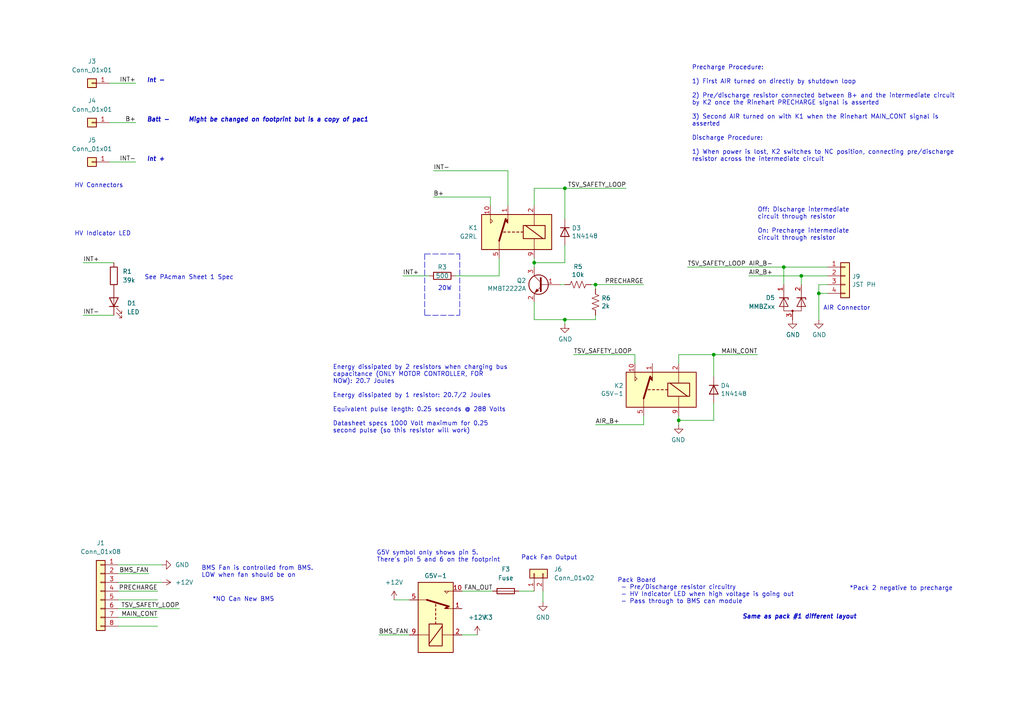
<source format=kicad_sch>
(kicad_sch (version 20211123) (generator eeschema)
  (paper "A4")
  (lib_symbols
    (symbol "Connector_Generic:Conn_01x01" (pin_names (offset 1.016) hide)
      (property "Reference" "J" (at 0 2.54 0))
      (property "Value" "Conn_01x01" (at 0 -2.54 0))
      (symbol "Conn_01x01_1_1"
        (rectangle (start -1.27 0.127) (end 0 -0.127) (stroke (width 0.1524)))
        (rectangle (start -1.27 1.27) (end 1.27 -1.27) (stroke (width 0.254)) (fill (type background)))
        (pin passive line (at -5.08 0 0) (length 3.81) (name "Pin_1") (number "1"))
      )
    )
    (symbol "Connector_Generic:Conn_01x02" (pin_names (offset 1.016) hide)
      (property "Reference" "J" (at 0 2.54 0))
      (property "Value" "Conn_01x02" (at 0 -5.08 0))
      (symbol "Conn_01x02_1_1"
        (rectangle (start -1.27 -2.413) (end 0 -2.667) (stroke (width 0.1524)))
        (rectangle (start -1.27 0.127) (end 0 -0.127) (stroke (width 0.1524)))
        (rectangle (start -1.27 1.27) (end 1.27 -3.81) (stroke (width 0.254)) (fill (type background)))
        (pin passive line (at -5.08 0 0) (length 3.81) (name "Pin_1") (number "1"))
        (pin passive line (at -5.08 -2.54 0) (length 3.81) (name "Pin_2") (number "2"))
      )
    )
    (symbol "Connector_Generic:Conn_01x04" (pin_names (offset 1.016) hide)
      (property "Reference" "J" (at 0 5.08 0))
      (property "Value" "Conn_01x04" (at 0 -7.62 0))
      (symbol "Conn_01x04_1_1"
        (rectangle (start -1.27 -4.953) (end 0 -5.207) (stroke (width 0.1524)))
        (rectangle (start -1.27 -2.413) (end 0 -2.667) (stroke (width 0.1524)))
        (rectangle (start -1.27 0.127) (end 0 -0.127) (stroke (width 0.1524)))
        (rectangle (start -1.27 2.667) (end 0 2.413) (stroke (width 0.1524)))
        (rectangle (start -1.27 3.81) (end 1.27 -6.35) (stroke (width 0.254)) (fill (type background)))
        (pin passive line (at -5.08 2.54 0) (length 3.81) (name "Pin_1") (number "1"))
        (pin passive line (at -5.08 0 0) (length 3.81) (name "Pin_2") (number "2"))
        (pin passive line (at -5.08 -2.54 0) (length 3.81) (name "Pin_3") (number "3"))
        (pin passive line (at -5.08 -5.08 0) (length 3.81) (name "Pin_4") (number "4"))
      )
    )
    (symbol "Connector_Generic:Conn_01x08" (pin_names (offset 1.016) hide)
      (property "Reference" "J" (at 0 10.16 0))
      (property "Value" "Conn_01x08" (at 0 -12.7 0))
      (symbol "Conn_01x08_1_1"
        (rectangle (start -1.27 -10.033) (end 0 -10.287) (stroke (width 0.1524)))
        (rectangle (start -1.27 -7.493) (end 0 -7.747) (stroke (width 0.1524)))
        (rectangle (start -1.27 -4.953) (end 0 -5.207) (stroke (width 0.1524)))
        (rectangle (start -1.27 -2.413) (end 0 -2.667) (stroke (width 0.1524)))
        (rectangle (start -1.27 0.127) (end 0 -0.127) (stroke (width 0.1524)))
        (rectangle (start -1.27 2.667) (end 0 2.413) (stroke (width 0.1524)))
        (rectangle (start -1.27 5.207) (end 0 4.953) (stroke (width 0.1524)))
        (rectangle (start -1.27 7.747) (end 0 7.493) (stroke (width 0.1524)))
        (rectangle (start -1.27 8.89) (end 1.27 -11.43) (stroke (width 0.254)) (fill (type background)))
        (pin passive line (at -5.08 7.62 0) (length 3.81) (name "Pin_1") (number "1"))
        (pin passive line (at -5.08 5.08 0) (length 3.81) (name "Pin_2") (number "2"))
        (pin passive line (at -5.08 2.54 0) (length 3.81) (name "Pin_3") (number "3"))
        (pin passive line (at -5.08 0 0) (length 3.81) (name "Pin_4") (number "4"))
        (pin passive line (at -5.08 -2.54 0) (length 3.81) (name "Pin_5") (number "5"))
        (pin passive line (at -5.08 -5.08 0) (length 3.81) (name "Pin_6") (number "6"))
        (pin passive line (at -5.08 -7.62 0) (length 3.81) (name "Pin_7") (number "7"))
        (pin passive line (at -5.08 -10.16 0) (length 3.81) (name "Pin_8") (number "8"))
      )
    )
    (symbol "Device:Fuse" (pin_numbers hide) (pin_names (offset 0))
      (property "Reference" "F" (at 2.032 0 90))
      (property "Value" "Fuse" (at -1.905 0 90))
      (symbol "Fuse_0_1"
        (rectangle (start -0.762 -2.54) (end 0.762 2.54) (stroke (width 0.254)))
        (polyline (pts (xy 0 2.54) (xy 0 -2.54)))
      )
      (symbol "Fuse_1_1"
        (pin passive line (at 0 3.81 270) (length 1.27) (name "~") (number "1"))
        (pin passive line (at 0 -3.81 90) (length 1.27) (name "~") (number "2"))
      )
    )
    (symbol "Device:LED" (pin_numbers hide) (pin_names (offset 1.016) hide)
      (property "Reference" "D" (at 0 2.54 0))
      (property "Value" "LED" (at 0 -2.54 0))
      (symbol "LED_0_1"
        (polyline (pts (xy -1.27 -1.27) (xy -1.27 1.27)) (stroke (width 0.254)))
        (polyline (pts (xy -1.27 0) (xy 1.27 0)))
        (polyline (pts (xy 1.27 -1.27) (xy 1.27 1.27) (xy -1.27 0) (xy 1.27 -1.27)) (stroke (width 0.254)))
        (polyline (pts (xy -3.048 -0.762) (xy -4.572 -2.286) (xy -3.81 -2.286) (xy -4.572 -2.286) (xy -4.572 -1.524)))
        (polyline (pts (xy -1.778 -0.762) (xy -3.302 -2.286) (xy -2.54 -2.286) (xy -3.302 -2.286) (xy -3.302 -1.524)))
      )
      (symbol "LED_1_1"
        (pin passive line (at -3.81 0 0) (length 2.54) (name "K") (number "1"))
        (pin passive line (at 3.81 0 180) (length 2.54) (name "A") (number "2"))
      )
    )
    (symbol "Device:Q_NPN_BEC" (pin_names (offset 0) hide)
      (property "Reference" "Q" (at 5.08 1.27 0))
      (property "Value" "Q_NPN_BEC" (at 5.08 -1.27 0))
      (symbol "Q_NPN_BEC_0_1"
        (polyline (pts (xy 0.635 0.635) (xy 2.54 2.54)))
        (polyline (pts (xy 0.635 -0.635) (xy 2.54 -2.54) (xy 2.54 -2.54)))
        (polyline (pts (xy 0.635 1.905) (xy 0.635 -1.905) (xy 0.635 -1.905)) (stroke (width 0.508)))
        (polyline (pts (xy 1.27 -1.778) (xy 1.778 -1.27) (xy 2.286 -2.286) (xy 1.27 -1.778) (xy 1.27 -1.778)) (fill (type outline)))
        (circle (center 1.27 0) (radius 2.8194) (stroke (width 0.254)))
      )
      (symbol "Q_NPN_BEC_1_1"
        (pin input line (at -5.08 0 0) (length 5.715) (name "B") (number "1"))
        (pin passive line (at 2.54 -5.08 90) (length 2.54) (name "E") (number "2"))
        (pin passive line (at 2.54 5.08 270) (length 2.54) (name "C") (number "3"))
      )
    )
    (symbol "Device:R" (pin_numbers hide) (pin_names (offset 0))
      (property "Reference" "R" (at 2.032 0 90))
      (property "Value" "R" (at 0 0 90))
      (symbol "R_0_1"
        (rectangle (start -1.016 -2.54) (end 1.016 2.54) (stroke (width 0.254)))
      )
      (symbol "R_1_1"
        (pin passive line (at 0 3.81 270) (length 1.27) (name "~") (number "1"))
        (pin passive line (at 0 -3.81 90) (length 1.27) (name "~") (number "2"))
      )
    )
    (symbol "Device:R_US" (pin_numbers hide) (pin_names (offset 0))
      (property "Reference" "R" (at 2.54 0 90))
      (property "Value" "R_US" (at -2.54 0 90))
      (symbol "R_US_0_1"
        (polyline (pts (xy 0 -2.286) (xy 0 -2.54)))
        (polyline (pts (xy 0 2.286) (xy 0 2.54)))
        (polyline (pts (xy 0 -0.762) (xy 1.016 -1.143) (xy 0 -1.524) (xy -1.016 -1.905) (xy 0 -2.286)))
        (polyline (pts (xy 0 0.762) (xy 1.016 0.381) (xy 0 0) (xy -1.016 -0.381) (xy 0 -0.762)))
        (polyline (pts (xy 0 2.286) (xy 1.016 1.905) (xy 0 1.524) (xy -1.016 1.143) (xy 0 0.762)))
      )
      (symbol "R_US_1_1"
        (pin passive line (at 0 3.81 270) (length 1.27) (name "~") (number "1"))
        (pin passive line (at 0 -3.81 90) (length 1.27) (name "~") (number "2"))
      )
    )
    (symbol "Diode:1N4148" (pin_numbers hide) (pin_names (offset 1.016) hide)
      (property "Reference" "D" (at 0 2.54 0))
      (property "Value" "1N4148" (at 0 -2.54 0))
      (symbol "1N4148_0_1"
        (polyline (pts (xy -1.27 1.27) (xy -1.27 -1.27)) (stroke (width 0.254)))
        (polyline (pts (xy 1.27 0) (xy -1.27 0)))
        (polyline (pts (xy 1.27 1.27) (xy 1.27 -1.27) (xy -1.27 0) (xy 1.27 1.27)) (stroke (width 0.254)))
      )
      (symbol "1N4148_1_1"
        (pin passive line (at -3.81 0 0) (length 2.54) (name "K") (number "1"))
        (pin passive line (at 3.81 0 180) (length 2.54) (name "A") (number "2"))
      )
    )
    (symbol "Diode:MMBZxx" (pin_names (offset 1.016) hide)
      (property "Reference" "D" (at 3.81 2.54 0))
      (property "Value" "MMBZxx" (at 3.81 0 0))
      (symbol "MMBZxx_0_1"
        (circle (center 0 -2.54) (radius 0.254) (fill (type outline)))
        (polyline (pts (xy -2.54 -1.27) (xy -2.54 2.54)))
        (polyline (pts (xy 2.54 -1.27) (xy 2.54 2.54)))
        (polyline (pts (xy -3.81 1.27) (xy -1.27 1.27) (xy -1.27 0.762)) (stroke (width 0.254)))
        (polyline (pts (xy 1.27 1.27) (xy 3.81 1.27) (xy 3.81 0.762)) (stroke (width 0.254)))
        (polyline (pts (xy -2.54 0) (xy -2.54 -2.54) (xy 2.54 -2.54) (xy 2.54 0)))
      )
      (symbol "MMBZxx_1_1"
        (polyline (pts (xy -3.81 -1.27) (xy -1.27 -1.27) (xy -2.54 1.27) (xy -3.81 -1.27)) (stroke (width 0.2032)))
        (polyline (pts (xy 1.27 -1.27) (xy 3.81 -1.27) (xy 2.54 1.27) (xy 1.27 -1.27)) (stroke (width 0.2032)))
        (pin passive line (at -2.54 5.08 270) (length 2.54) (name "K") (number "1"))
        (pin passive line (at 2.54 5.08 270) (length 2.54) (name "K") (number "2"))
        (pin passive line (at 0 -5.08 90) (length 2.54) (name "A") (number "3"))
      )
    )
    (symbol "G5V-1_1"
      (property "Reference" "K3" (at 0 15.24 90))
      (property "Value" "G5V-1_1" (at 0 12.7 90))
      (symbol "G5V-1_1_0_0"
        (polyline (pts (xy 7.62 5.08) (xy 7.62 2.54) (xy 6.985 3.175) (xy 7.62 3.81)))
      )
      (symbol "G5V-1_1_0_1"
        (rectangle (start -10.16 5.08) (end 10.16 -5.08) (stroke (width 0.254)) (fill (type background)))
        (rectangle (start -8.255 1.905) (end -1.905 -1.905) (stroke (width 0.254)))
        (polyline (pts (xy -7.62 -1.905) (xy -2.54 1.905)) (stroke (width 0.254)))
        (polyline (pts (xy -5.08 -5.08) (xy -5.08 -1.905)))
        (polyline (pts (xy -5.08 5.08) (xy -5.08 1.905)))
        (polyline (pts (xy -1.905 0) (xy -1.27 0)) (stroke (width 0.254)))
        (polyline (pts (xy -0.635 0) (xy 0 0)) (stroke (width 0.254)))
        (polyline (pts (xy 0.635 0) (xy 1.27 0)) (stroke (width 0.254)))
        (polyline (pts (xy 1.905 0) (xy 2.54 0)) (stroke (width 0.254)))
        (polyline (pts (xy 3.175 0) (xy 3.81 0)) (stroke (width 0.254)))
        (polyline (pts (xy 5.08 -2.54) (xy 3.175 3.81)) (stroke (width 0.508)))
        (polyline (pts (xy 5.08 -2.54) (xy 5.08 -5.08)))
        (polyline (pts (xy 2.54 5.08) (xy 2.54 2.54) (xy 3.175 3.175) (xy 2.54 3.81)) (fill (type outline)))
      )
      (symbol "G5V-1_1_1_1"
        (pin passive line (at 2.54 7.62 270) (length 2.54) (name "~") (number "1"))
        (pin passive line (at 7.62 7.62 270) (length 2.54) (name "~") (number "10"))
        (pin passive line (at -5.08 7.62 270) (length 2.54) (name "~") (number "2"))
        (pin passive line (at 5.08 -7.62 90) (length 2.54) (name "~") (number "5"))
        (pin passive line (at 5.08 -7.62 90) (length 2.54) hide (name "~") (number "6"))
        (pin passive line (at -5.08 -7.62 90) (length 2.54) (name "~") (number "9"))
      )
    )
    (symbol "Relay:G5V-1"
      (property "Reference" "K" (at 11.43 3.81 0))
      (property "Value" "G5V-1" (at 11.43 1.27 0))
      (symbol "G5V-1_0_0"
        (polyline (pts (xy 7.62 5.08) (xy 7.62 2.54) (xy 6.985 3.175) (xy 7.62 3.81)))
      )
      (symbol "G5V-1_0_1"
        (rectangle (start -10.16 5.08) (end 10.16 -5.08) (stroke (width 0.254)) (fill (type background)))
        (rectangle (start -8.255 1.905) (end -1.905 -1.905) (stroke (width 0.254)))
        (polyline (pts (xy -7.62 -1.905) (xy -2.54 1.905)) (stroke (width 0.254)))
        (polyline (pts (xy -5.08 -5.08) (xy -5.08 -1.905)))
        (polyline (pts (xy -5.08 5.08) (xy -5.08 1.905)))
        (polyline (pts (xy -1.905 0) (xy -1.27 0)) (stroke (width 0.254)))
        (polyline (pts (xy -0.635 0) (xy 0 0)) (stroke (width 0.254)))
        (polyline (pts (xy 0.635 0) (xy 1.27 0)) (stroke (width 0.254)))
        (polyline (pts (xy 1.905 0) (xy 2.54 0)) (stroke (width 0.254)))
        (polyline (pts (xy 3.175 0) (xy 3.81 0)) (stroke (width 0.254)))
        (polyline (pts (xy 5.08 -2.54) (xy 3.175 3.81)) (stroke (width 0.508)))
        (polyline (pts (xy 5.08 -2.54) (xy 5.08 -5.08)))
        (polyline (pts (xy 2.54 5.08) (xy 2.54 2.54) (xy 3.175 3.175) (xy 2.54 3.81)) (fill (type outline)))
      )
      (symbol "G5V-1_1_1"
        (pin passive line (at 2.54 7.62 270) (length 2.54) (name "~") (number "1"))
        (pin passive line (at 7.62 7.62 270) (length 2.54) (name "~") (number "10"))
        (pin passive line (at -5.08 7.62 270) (length 2.54) (name "~") (number "2"))
        (pin passive line (at 5.08 -7.62 90) (length 2.54) (name "~") (number "5"))
        (pin passive line (at 5.08 -7.62 90) (length 2.54) hide (name "~") (number "6"))
        (pin passive line (at -5.08 -7.62 90) (length 2.54) (name "~") (number "9"))
      )
    )
    (symbol "power:+12V" (power) (pin_names (offset 0))
      (property "Value" "+12V" (at 0 3.556 0))
      (symbol "+12V_0_1"
        (polyline (pts (xy -0.762 1.27) (xy 0 2.54)))
        (polyline (pts (xy 0 0) (xy 0 2.54)))
        (polyline (pts (xy 0 2.54) (xy 0.762 1.27)))
      )
      (symbol "+12V_1_1"
        (pin power_in line (at 0 0 90) (length 0) hide (name "+12V") (number "1"))
      )
    )
    (symbol "power:GND" (power) (pin_names (offset 0))
      (property "Value" "GND" (at 0 -3.81 0))
      (symbol "GND_0_1"
        (polyline (pts (xy 0 0) (xy 0 -1.27) (xy 1.27 -1.27) (xy 0 -2.54) (xy -1.27 -1.27) (xy 0 -1.27)))
      )
      (symbol "GND_1_1"
        (pin power_in line (at 0 0 270) (length 0) hide (name "GND") (number "1"))
      )
    )
  )
  (junction (at 227.33 77.47))
  (junction (at 172.72 82.55))
  (junction (at 163.83 92.71))
  (junction (at 232.41 80.01))
  (junction (at 154.94 76.2))
  (junction (at 237.49 85.09))
  (junction (at 196.85 121.92))
  (junction (at 163.83 54.61))
  (junction (at 207.01 102.87))
  (wire (pts (xy 154.94 54.61) (xy 163.83 54.61)))
  (wire (pts (xy 31.75 24.13) (xy 39.37 24.13)))
  (wire (pts (xy 124.46 80.01) (xy 116.84 80.01)))
  (polyline (pts (xy 133.35 73.66) (xy 133.35 91.44)))
  (wire (pts (xy 147.32 59.69) (xy 147.32 49.53)))
  (wire (pts (xy 227.33 77.47) (xy 240.03 77.47)))
  (wire (pts (xy 232.41 80.01) (xy 240.03 80.01)))
  (wire (pts (xy 34.29 166.37) (xy 43.18 166.37)))
  (wire (pts (xy 31.75 46.99) (xy 39.37 46.99)))
  (wire (pts (xy 154.94 74.93) (xy 154.94 76.2)))
  (wire (pts (xy 163.83 92.71) (xy 172.72 92.71)))
  (wire (pts (xy 154.94 87.63) (xy 154.94 92.71)))
  (wire (pts (xy 24.13 76.2) (xy 33.02 76.2)))
  (wire (pts (xy 157.48 171.45) (xy 157.48 174.625)))
  (wire (pts (xy 31.75 35.56) (xy 39.37 35.56)))
  (wire (pts (xy 154.94 92.71) (xy 163.83 92.71)))
  (wire (pts (xy 240.03 85.09) (xy 237.49 85.09)))
  (wire (pts (xy 207.01 121.92) (xy 207.01 116.84)))
  (wire (pts (xy 133.985 171.45) (xy 142.875 171.45)))
  (wire (pts (xy 207.01 109.22) (xy 207.01 102.87)))
  (polyline (pts (xy 123.19 91.44) (xy 133.35 91.44)))
  (wire (pts (xy 34.29 171.45) (xy 45.72 171.45)))
  (wire (pts (xy 163.83 76.2) (xy 163.83 71.12)))
  (wire (pts (xy 24.13 91.44) (xy 33.02 91.44)))
  (wire (pts (xy 142.24 59.69) (xy 142.24 57.15)))
  (wire (pts (xy 154.94 76.2) (xy 163.83 76.2)))
  (wire (pts (xy 163.83 54.61) (xy 181.61 54.61)))
  (polyline (pts (xy 123.19 73.66) (xy 123.19 91.44)))
  (wire (pts (xy 150.495 171.45) (xy 154.94 171.45)))
  (wire (pts (xy 232.41 80.01) (xy 217.17 80.01)))
  (wire (pts (xy 240.03 82.55) (xy 237.49 82.55)))
  (wire (pts (xy 132.08 80.01) (xy 144.78 80.01)))
  (wire (pts (xy 34.29 163.83) (xy 46.99 163.83)))
  (wire (pts (xy 34.29 168.91) (xy 46.99 168.91)))
  (wire (pts (xy 162.56 82.55) (xy 163.83 82.55)))
  (wire (pts (xy 186.69 120.65) (xy 186.69 123.19)))
  (wire (pts (xy 34.29 179.07) (xy 45.72 179.07)))
  (wire (pts (xy 184.15 105.41) (xy 184.15 102.87)))
  (wire (pts (xy 196.85 102.87) (xy 207.01 102.87)))
  (wire (pts (xy 172.72 83.82) (xy 172.72 82.55)))
  (wire (pts (xy 125.73 49.53) (xy 147.32 49.53)))
  (wire (pts (xy 171.45 82.55) (xy 172.72 82.55)))
  (wire (pts (xy 237.49 82.55) (xy 237.49 85.09)))
  (wire (pts (xy 172.72 92.71) (xy 172.72 91.44)))
  (wire (pts (xy 207.01 102.87) (xy 219.71 102.87)))
  (wire (pts (xy 163.83 63.5) (xy 163.83 54.61)))
  (wire (pts (xy 114.3 173.99) (xy 118.745 173.99)))
  (wire (pts (xy 232.41 82.55) (xy 232.41 80.01)))
  (wire (pts (xy 125.73 57.15) (xy 142.24 57.15)))
  (wire (pts (xy 154.94 76.2) (xy 154.94 77.47)))
  (wire (pts (xy 196.85 121.92) (xy 196.85 120.65)))
  (wire (pts (xy 184.15 102.87) (xy 166.37 102.87)))
  (polyline (pts (xy 123.19 73.66) (xy 133.35 73.66)))
  (wire (pts (xy 34.29 181.61) (xy 45.72 181.61)))
  (wire (pts (xy 34.29 173.99) (xy 45.72 173.99)))
  (wire (pts (xy 34.29 176.53) (xy 52.07 176.53)))
  (wire (pts (xy 163.83 92.71) (xy 163.83 93.98)))
  (wire (pts (xy 186.69 123.19) (xy 172.72 123.19)))
  (wire (pts (xy 199.39 77.47) (xy 227.33 77.47)))
  (wire (pts (xy 196.85 105.41) (xy 196.85 102.87)))
  (wire (pts (xy 196.85 123.19) (xy 196.85 121.92)))
  (wire (pts (xy 133.985 184.15) (xy 138.43 184.15)))
  (wire (pts (xy 172.72 82.55) (xy 186.69 82.55)))
  (wire (pts (xy 144.78 74.93) (xy 144.78 80.01)))
  (wire (pts (xy 118.745 184.15) (xy 109.855 184.15)))
  (wire (pts (xy 196.85 121.92) (xy 207.01 121.92)))
  (wire (pts (xy 227.33 82.55) (xy 227.33 77.47)))
  (wire (pts (xy 154.94 59.69) (xy 154.94 54.61)))
  (wire (pts (xy 237.49 85.09) (xy 237.49 92.71)))
  (text "Precharge Procedure:\n\n1) First AIR turned on directly by shutdown loop\n\n2) Pre/discharge resistor connected between B+ and the intermediate circuit\nby K2 once the Rinehart PRECHARGE signal is asserted\n\n3) Second AIR turned on with K1 when the Rinehart MAIN_CONT signal is\nasserted\n\nDischarge Procedure:\n\n1) When power is lost, K2 switches to NC position, connecting pre/discharge\nresistor across the intermediate circuit" (at 200.66 46.99 0) (effects (font (size 1.27 1.27)) (justify left bottom)))
  (text "Int -\n" (at 42.545 24.13 0) (effects (font (size 1.27 1.27) (thickness 0.254) bold italic) (justify left bottom)))
  (text "Batt -\n" (at 42.545 35.56 0) (effects (font (size 1.27 1.27) (thickness 0.254) bold italic) (justify left bottom)))
  (text "Might be changed on footprint but is a copy of pac1" (at 54.61 35.56 0) (effects (font (size 1.27 1.27) bold italic) (justify left bottom)))
  (text "Same as pack #1 different layout" (at 215.265 179.705 0) (effects (font (size 1.27 1.27) bold italic) (justify left bottom)))
  (text "*NO Can New BMS" (at 61.595 174.625 0) (effects (font (size 1.27 1.27)) (justify left bottom)))
  (text "AIR Connector" (at 238.76 90.17 0) (effects (font (size 1.27 1.27)) (justify left bottom)))
  (text "20W\n" (at 127 84.455 0) (effects (font (size 1.27 1.27)) (justify left bottom)))
  (text "*Pack 2 negative to precharge\n" (at 246.38 171.45 0) (effects (font (size 1.27 1.27)) (justify left bottom)))
  (text "See PAcman Sheet 1 Spec\n" (at 41.91 81.28 0) (effects (font (size 1.27 1.27)) (justify left bottom)))
  (text "Pack Fan Output" (at 151.13 162.56 0) (effects (font (size 1.27 1.27)) (justify left bottom)))
  (text "Int +\n" (at 42.545 46.99 0) (effects (font (size 1.27 1.27) (thickness 0.254) bold italic) (justify left bottom)))
  (text "Energy dissipated by 2 resistors when charging bus\ncapacitance (ONLY MOTOR CONTROLLER, FOR\nNOW): 20.7 Joules\n\nEnergy dissipated by 1 resistor: 20.7/2 Joules\n\nEquivalent pulse length: 0.25 seconds @ 288 Volts\n\nDatasheet specs 1000 Volt maximum for 0.25\nsecond pulse (so this resistor will work)" (at 96.52 125.73 0) (effects (font (size 1.27 1.27)) (justify left bottom)))
  (text "Off: Discharge intermediate\ncircuit through resistor\n\nOn: Precharge intermediate\ncircuit through resistor" (at 219.71 69.85 0) (effects (font (size 1.27 1.27)) (justify left bottom)))
  (text "G5V symbol only shows pin 5. \nThere's pin 5 and 6 on the footprint" (at 109.22 163.195 0) (effects (font (size 1.27 1.27)) (justify left bottom)))
  (text "HV Connectors" (at 21.59 54.61 0) (effects (font (size 1.27 1.27)) (justify left bottom)))
  (text "BMS Fan is controlled from BMS. \nLOW when fan should be on" (at 58.42 167.64 0) (effects (font (size 1.27 1.27)) (justify left bottom)))
  (text "Pack Board\n - Pre/Discharge resistor circuitry\n - HV Indicator LED when high voltage is going out\n - Pass through to BMS can module" (at 179.07 175.26 0) (effects (font (size 1.27 1.27)) (justify left bottom)))
  (text "HV Indicator LED" (at 21.59 68.58 0) (effects (font (size 1.27 1.27)) (justify left bottom)))
  (label "TSV_SAFETY_LOOP" (at 181.61 54.61 180))
  (label "INT+" (at 24.13 76.2 0))
  (label "AIR_B+" (at 217.17 80.01 0))
  (label "AIR_B-" (at 217.17 77.47 0))
  (label "INT-" (at 39.37 46.99 180))
  (label "PRECHARGE" (at 45.72 171.45 180))
  (label "MAIN_CONT" (at 219.71 102.87 180))
  (label "INT-" (at 24.13 91.44 0))
  (label "TSV_SAFETY_LOOP" (at 52.07 176.53 180))
  (label "BMS_FAN" (at 43.18 166.37 180))
  (label "MAIN_CONT" (at 45.72 179.07 180))
  (label "TSV_SAFETY_LOOP" (at 360.68 205.74 180))
  (label "B+" (at 39.37 35.56 180))
  (label "AIR_B+" (at 172.72 123.19 0))
  (label "TSV_SAFETY_LOOP" (at 166.37 102.87 0))
  (label "FAN_OUT" (at 142.875 171.45 180))
  (label "INT+" (at 39.37 24.13 180))
  (label "B+" (at 125.73 57.15 0))
  (label "INT-" (at 125.73 49.53 0))
  (label "PRECHARGE" (at 186.69 82.55 180))
  (label "INT+" (at 116.84 80.01 0))
  (label "TSV_SAFETY_LOOP" (at 199.39 77.47 0))
  (label "BMS_FAN" (at 109.855 184.15 0))
  (symbol (lib_id "Diode:MMBZxx") (at 229.87 87.63 0) (unit 1)
    (property "Reference" "D5" (at 224.79 86.36 0) (effects (justify right)))
    (property "Value" "MMBZxx" (at 224.79 88.9 0) (effects (justify right)))
    (property "Footprint" "Package_TO_SOT_SMD:SOT-23" (effects hide))
    (property "Datasheet" "http://www.onsemi.com/pub/Collateral/MMBZ5V6ALT1-D.PDF" (effects hide))
  )
  (symbol (lib_id "Connector_Generic:Conn_01x04") (at 245.11 80.01 0) (unit 1)
    (property "Reference" "J9" (at 247.142 80.2132 0) (effects (justify left)))
    (property "Value" "JST PH" (at 247.142 82.5246 0) (effects (justify left)))
    (property "Footprint" "Connector_JST:JST_PH_B4B-PH-K_1x04_P2.00mm_Vertical" (effects hide))
  )
  (symbol (lib_id "power:GND") (at 237.49 92.71 0) (unit 1)
    (property "Reference" "#PWR0124" (effects hide))
    (property "Value" "GND" (at 237.617 97.1042 0))
  )
  (symbol (lib_id "power:GND") (at 229.87 92.71 0) (unit 1)
    (property "Reference" "#PWR0125" (effects hide))
    (property "Value" "GND" (at 229.997 97.1042 0))
  )
  (symbol (lib_id "Relay:G5V-1") (at 149.86 67.31 0) (mirror y) (unit 1)
    (property "Reference" "K1" (at 135.89 66.04 0) (effects (justify right)))
    (property "Value" "G2RL" (at 133.35 68.58 0) (effects (justify right)))
    (property "Footprint" "AERO_Footprints:G2RL" (effects hide))
    (property "Datasheet" "http://omronfs.omron.com/en_US/ecb/products/pdf/en-g5v_1.pdf" (effects hide))
  )
  (symbol (lib_id "power:GND") (at 163.83 93.98 0) (unit 1)
    (property "Reference" "#PWR0126" (effects hide))
    (property "Value" "GND" (at 163.957 98.3742 0))
  )
  (symbol (lib_id "Relay:G5V-1") (at 191.77 113.03 0) (mirror y) (unit 1)
    (property "Reference" "K2" (at 180.848 111.8616 0) (effects (justify left)))
    (property "Value" "G5V-1" (at 180.848 114.173 0) (effects (justify left)))
    (property "Footprint" "Relay_THT:Relay_SPDT_Omron_G5V-1" (effects hide))
    (property "Datasheet" "http://omronfs.omron.com/en_US/ecb/products/pdf/en-g5v_1.pdf" (effects hide))
  )
  (symbol (lib_id "power:GND") (at 196.85 123.19 0) (mirror y) (unit 1)
    (property "Reference" "#PWR0127" (effects hide))
    (property "Value" "GND" (at 196.723 127.5842 0))
  )
  (symbol (lib_id "Device:Q_NPN_BEC") (at 157.48 82.55 0) (mirror y) (unit 1)
    (property "Reference" "Q2" (at 152.6286 81.3816 0) (effects (justify left)))
    (property "Value" "MMBT2222A" (at 152.6286 83.693 0) (effects (justify left)))
    (property "Footprint" "Package_TO_SOT_SMD:SOT-23" (effects hide))
  )
  (symbol (lib_id "Device:R_US") (at 172.72 87.63 180) (unit 1)
    (property "Reference" "R6" (at 174.4472 86.4616 0) (effects (justify right)))
    (property "Value" "2k" (at 174.4472 88.773 0) (effects (justify right)))
    (property "Footprint" "Resistor_SMD:R_0603_1608Metric" (effects hide))
  )
  (symbol (lib_id "Device:R_US") (at 167.64 82.55 90) (unit 1)
    (property "Reference" "R5" (at 167.64 77.343 90))
    (property "Value" "10k" (at 167.64 79.6544 90))
    (property "Footprint" "Resistor_SMD:R_0603_1608Metric" (effects hide))
  )
  (symbol (lib_id "Diode:1N4148") (at 163.83 67.31 270) (unit 1)
    (property "Reference" "D3" (at 165.8366 66.1416 90) (effects (justify left)))
    (property "Value" "1N4148" (at 165.8366 68.453 90) (effects (justify left)))
    (property "Footprint" "Diode_SMD:D_MiniMELF" (effects hide))
    (property "Datasheet" "http://www.nxp.com/documents/data_sheet/1N4148_1N4448.pdf" (effects hide))
  )
  (symbol (lib_id "Diode:1N4148") (at 207.01 113.03 270) (unit 1)
    (property "Reference" "D4" (at 209.0166 111.8616 90) (effects (justify left)))
    (property "Value" "1N4148" (at 209.0166 114.173 90) (effects (justify left)))
    (property "Footprint" "Diode_SMD:D_MiniMELF" (effects hide))
    (property "Datasheet" "http://www.nxp.com/documents/data_sheet/1N4148_1N4448.pdf" (effects hide))
  )
  (symbol (lib_id "Connector_Generic:Conn_01x08") (at 29.21 171.45 0) (mirror y) (unit 1)
    (property "Reference" "J1" (at 29.21 157.48 0))
    (property "Value" "Conn_01x08" (at 29.21 160.02 0))
    (property "Footprint" "AERO_Footprints:TE_1-776276-1_8pin_Vertical" (effects hide))
  )
  (symbol (lib_id "Device:Fuse") (at 146.685 171.45 90) (unit 1)
    (property "Reference" "F3" (at 146.685 165.1 90))
    (property "Value" "Fuse" (at 146.685 167.64 90))
    (property "Footprint" "AERO_Footprints:Fuseholder_Blade_Mini_Keystone_3568" (effects hide))
  )
  (symbol (lib_id "power:+12V") (at 46.99 168.91 270) (unit 1)
    (property "Reference" "#PWR0102" (effects hide))
    (property "Value" "+12V" (at 50.8 168.9099 90) (effects (justify left)))
  )
  (symbol (lib_name "G5V-1_1") (lib_id "Relay:G5V-1") (at 126.365 179.07 270) (mirror x) (unit 1)
    (property "Reference" "K3" (at 141.605 179.07 90))
    (property "Value" "G5V-1" (at 126.365 167.005 90))
    (property "Footprint" "Relay_THT:Relay_SPDT_Omron_G5V-1" (effects hide))
    (property "Datasheet" "http://omronfs.omron.com/en_US/ecb/products/pdf/en-g5v_1.pdf" (effects hide))
  )
  (symbol (lib_id "Connector_Generic:Conn_01x01") (at 26.67 35.56 180) (unit 1)
    (property "Reference" "J4" (at 26.67 29.21 0))
    (property "Value" "Conn_01x01" (at 26.67 31.75 0))
    (property "Footprint" "Connector_Hirose:Hirose_DF63M-1P-3.96DSA_1x01_P3.96mm_Vertical" (effects hide))
  )
  (symbol (lib_id "Connector_Generic:Conn_01x01") (at 26.67 24.13 180) (unit 1)
    (property "Reference" "J3" (at 26.67 17.78 0))
    (property "Value" "Conn_01x01" (at 26.67 20.32 0))
    (property "Footprint" "Connector_Hirose:Hirose_DF63M-1P-3.96DSA_1x01_P3.96mm_Vertical" (effects hide))
  )
  (symbol (lib_id "Connector_Generic:Conn_01x02") (at 154.94 166.37 90) (unit 1)
    (property "Reference" "J6" (at 160.655 165.0999 90) (effects (justify right)))
    (property "Value" "Conn_01x02" (at 160.655 167.6399 90) (effects (justify right)))
    (property "Footprint" "Connector_JST:JST_XH_B2B-XH-A_1x02_P2.50mm_Vertical" (effects hide))
  )
  (symbol (lib_id "power:GND") (at 46.99 163.83 90) (unit 1)
    (property "Reference" "#PWR0103" (effects hide))
    (property "Value" "GND" (at 50.8 163.8299 90) (effects (justify right)))
  )
  (symbol (lib_id "Connector_Generic:Conn_01x01") (at 26.67 46.99 180) (unit 1)
    (property "Reference" "J5" (at 26.67 40.64 0))
    (property "Value" "Conn_01x01" (at 26.67 43.18 0))
    (property "Footprint" "Connector_Hirose:Hirose_DF63M-1P-3.96DSA_1x01_P3.96mm_Vertical" (effects hide))
  )
  (symbol (lib_id "power:+12V") (at 138.43 184.15 0) (unit 1)
    (property "Reference" "#PWR0106" (effects hide))
    (property "Value" "+12V" (at 138.43 179.07 0))
  )
  (symbol (lib_id "power:+12V") (at 114.3 173.99 0) (unit 1)
    (property "Reference" "#PWR0105" (effects hide))
    (property "Value" "+12V" (at 114.3 168.91 0))
  )
  (symbol (lib_id "Device:R") (at 128.27 80.01 90) (unit 1)
    (property "Reference" "R3" (at 128.27 77.47 90))
    (property "Value" "500" (at 128.27 80.01 90))
    (property "Footprint" "Package_TO_SOT_THT:TO-220-2_Horizontal_TabDown" (effects hide))
  )
  (symbol (lib_id "Device:LED") (at 33.02 87.63 90) (unit 1)
    (property "Reference" "D1" (at 36.83 87.9474 90) (effects (justify right)))
    (property "Value" "LED" (at 36.83 90.4874 90) (effects (justify right)))
    (property "Footprint" "AERO_Footprints:LPA-C011301S-x LED 0805 LIGHT PIPE SINGLE VERT SMD" (effects hide))
  )
  (symbol (lib_id "power:GND") (at 157.48 174.625 0) (unit 1)
    (property "Reference" "#PWR0107" (effects hide))
    (property "Value" "GND" (at 157.48 179.07 0))
  )
  (symbol (lib_id "Device:R") (at 33.02 80.01 0) (unit 1)
    (property "Reference" "R1" (at 35.56 78.7399 0) (effects (justify left)))
    (property "Value" "39k" (at 35.56 81.2799 0) (effects (justify left)))
    (property "Footprint" "Resistor_THT:R_Axial_DIN0414_L11.9mm_D4.5mm_P25.40mm_Horizontal" (effects hide))
  )
)
</source>
